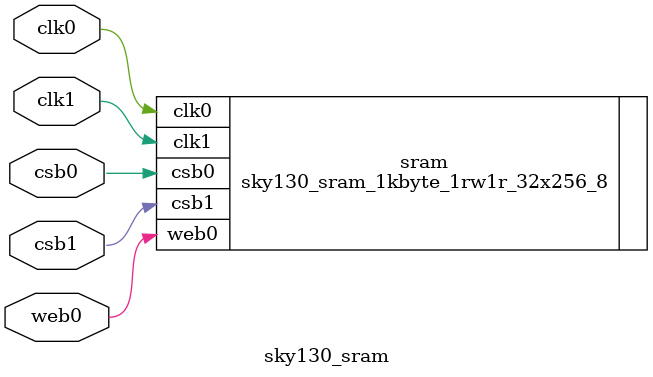
<source format=v>
module sky130_sram (
`ifdef USE_POWER_PINS
    vdd,
    gnd,
`endif
  input  clk0, // clock
  input  csb0, // active low chip select
  input  web0, // active low write control
  input  clk1, // clock
  input  csb1 // active low chip select
);

   (* keep *) sky130_sram_1kbyte_1rw1r_32x256_8 sram (
`ifdef USE_POWER_PINS
    vdd,
    gnd,
`endif
        .clk0(clk0),
        .csb0(csb0), // active low chip select
        .web0(web0), // active low write control
        .clk1(clk1), // clock
        .csb1(csb1) // active low chip select
    );

endmodule

</source>
